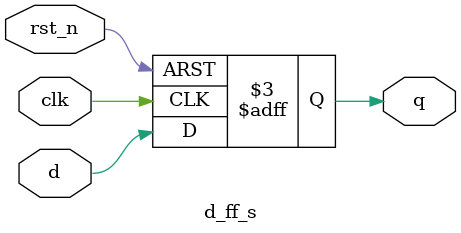
<source format=v>
module d_ff (
    input clk,d,
    output reg q
);
    always@(posedge clk) 
        q<=d;
endmodule

module d_ff_r (
    input clk,rst_n,d,
    output reg q
);
    always@(posedge clk)
    begin
        if(rst_n==0)
            q<=1'b0;
        else
            q<=d;
    end
endmodule

module d_ff_s (
    input clk,rst_n,d,
    output reg q
);
    always@(posedge clk or negedge rst_n)
    begin
        if(rst_n==0)
            q<=1'b0;
        else
            q<=d;
    end
endmodule
</source>
